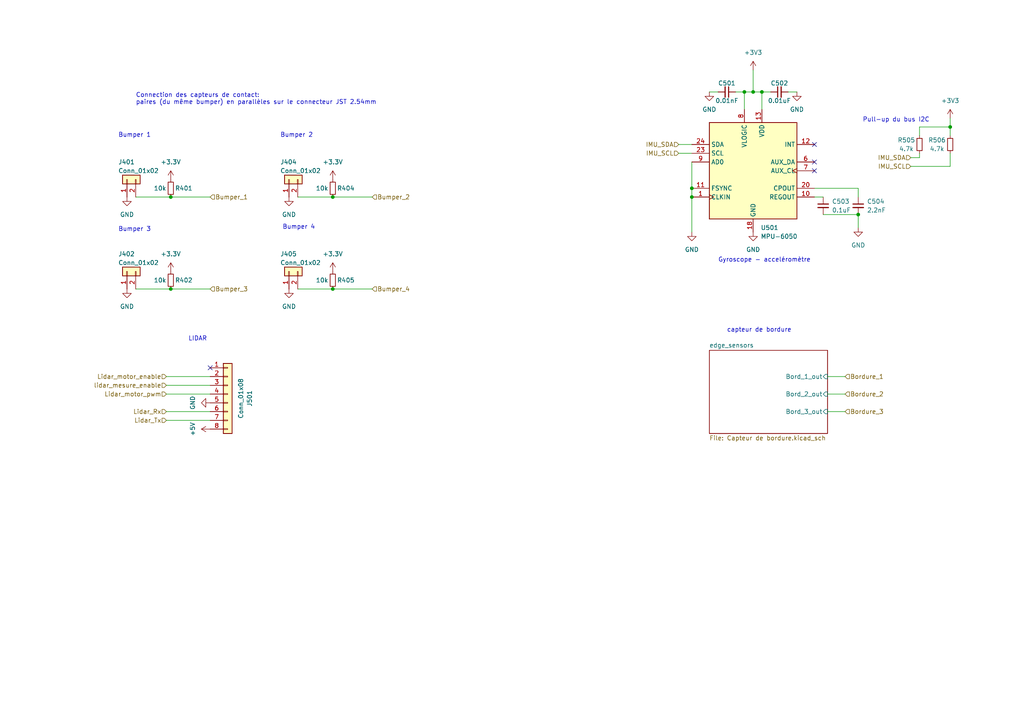
<source format=kicad_sch>
(kicad_sch (version 20230121) (generator eeschema)

  (uuid 298efcd9-dbca-46cd-b1bd-28a5bbe49d4f)

  (paper "A4")

  (lib_symbols
    (symbol "Connector_Generic:Conn_01x02" (pin_names (offset 1.016) hide) (in_bom yes) (on_board yes)
      (property "Reference" "J" (at 0 2.54 0)
        (effects (font (size 1.27 1.27)))
      )
      (property "Value" "Conn_01x02" (at 0 -5.08 0)
        (effects (font (size 1.27 1.27)))
      )
      (property "Footprint" "" (at 0 0 0)
        (effects (font (size 1.27 1.27)) hide)
      )
      (property "Datasheet" "~" (at 0 0 0)
        (effects (font (size 1.27 1.27)) hide)
      )
      (property "ki_keywords" "connector" (at 0 0 0)
        (effects (font (size 1.27 1.27)) hide)
      )
      (property "ki_description" "Generic connector, single row, 01x02, script generated (kicad-library-utils/schlib/autogen/connector/)" (at 0 0 0)
        (effects (font (size 1.27 1.27)) hide)
      )
      (property "ki_fp_filters" "Connector*:*_1x??_*" (at 0 0 0)
        (effects (font (size 1.27 1.27)) hide)
      )
      (symbol "Conn_01x02_1_1"
        (rectangle (start -1.27 -2.413) (end 0 -2.667)
          (stroke (width 0.1524) (type default))
          (fill (type none))
        )
        (rectangle (start -1.27 0.127) (end 0 -0.127)
          (stroke (width 0.1524) (type default))
          (fill (type none))
        )
        (rectangle (start -1.27 1.27) (end 1.27 -3.81)
          (stroke (width 0.254) (type default))
          (fill (type background))
        )
        (pin passive line (at -5.08 0 0) (length 3.81)
          (name "Pin_1" (effects (font (size 1.27 1.27))))
          (number "1" (effects (font (size 1.27 1.27))))
        )
        (pin passive line (at -5.08 -2.54 0) (length 3.81)
          (name "Pin_2" (effects (font (size 1.27 1.27))))
          (number "2" (effects (font (size 1.27 1.27))))
        )
      )
    )
    (symbol "Connector_Generic:Conn_01x08" (pin_names (offset 1.016) hide) (in_bom yes) (on_board yes)
      (property "Reference" "J" (at 0 10.16 0)
        (effects (font (size 1.27 1.27)))
      )
      (property "Value" "Conn_01x08" (at 0 -12.7 0)
        (effects (font (size 1.27 1.27)))
      )
      (property "Footprint" "" (at 0 0 0)
        (effects (font (size 1.27 1.27)) hide)
      )
      (property "Datasheet" "~" (at 0 0 0)
        (effects (font (size 1.27 1.27)) hide)
      )
      (property "ki_keywords" "connector" (at 0 0 0)
        (effects (font (size 1.27 1.27)) hide)
      )
      (property "ki_description" "Generic connector, single row, 01x08, script generated (kicad-library-utils/schlib/autogen/connector/)" (at 0 0 0)
        (effects (font (size 1.27 1.27)) hide)
      )
      (property "ki_fp_filters" "Connector*:*_1x??_*" (at 0 0 0)
        (effects (font (size 1.27 1.27)) hide)
      )
      (symbol "Conn_01x08_1_1"
        (rectangle (start -1.27 -10.033) (end 0 -10.287)
          (stroke (width 0.1524) (type default))
          (fill (type none))
        )
        (rectangle (start -1.27 -7.493) (end 0 -7.747)
          (stroke (width 0.1524) (type default))
          (fill (type none))
        )
        (rectangle (start -1.27 -4.953) (end 0 -5.207)
          (stroke (width 0.1524) (type default))
          (fill (type none))
        )
        (rectangle (start -1.27 -2.413) (end 0 -2.667)
          (stroke (width 0.1524) (type default))
          (fill (type none))
        )
        (rectangle (start -1.27 0.127) (end 0 -0.127)
          (stroke (width 0.1524) (type default))
          (fill (type none))
        )
        (rectangle (start -1.27 2.667) (end 0 2.413)
          (stroke (width 0.1524) (type default))
          (fill (type none))
        )
        (rectangle (start -1.27 5.207) (end 0 4.953)
          (stroke (width 0.1524) (type default))
          (fill (type none))
        )
        (rectangle (start -1.27 7.747) (end 0 7.493)
          (stroke (width 0.1524) (type default))
          (fill (type none))
        )
        (rectangle (start -1.27 8.89) (end 1.27 -11.43)
          (stroke (width 0.254) (type default))
          (fill (type background))
        )
        (pin passive line (at -5.08 7.62 0) (length 3.81)
          (name "Pin_1" (effects (font (size 1.27 1.27))))
          (number "1" (effects (font (size 1.27 1.27))))
        )
        (pin passive line (at -5.08 5.08 0) (length 3.81)
          (name "Pin_2" (effects (font (size 1.27 1.27))))
          (number "2" (effects (font (size 1.27 1.27))))
        )
        (pin passive line (at -5.08 2.54 0) (length 3.81)
          (name "Pin_3" (effects (font (size 1.27 1.27))))
          (number "3" (effects (font (size 1.27 1.27))))
        )
        (pin passive line (at -5.08 0 0) (length 3.81)
          (name "Pin_4" (effects (font (size 1.27 1.27))))
          (number "4" (effects (font (size 1.27 1.27))))
        )
        (pin passive line (at -5.08 -2.54 0) (length 3.81)
          (name "Pin_5" (effects (font (size 1.27 1.27))))
          (number "5" (effects (font (size 1.27 1.27))))
        )
        (pin passive line (at -5.08 -5.08 0) (length 3.81)
          (name "Pin_6" (effects (font (size 1.27 1.27))))
          (number "6" (effects (font (size 1.27 1.27))))
        )
        (pin passive line (at -5.08 -7.62 0) (length 3.81)
          (name "Pin_7" (effects (font (size 1.27 1.27))))
          (number "7" (effects (font (size 1.27 1.27))))
        )
        (pin passive line (at -5.08 -10.16 0) (length 3.81)
          (name "Pin_8" (effects (font (size 1.27 1.27))))
          (number "8" (effects (font (size 1.27 1.27))))
        )
      )
    )
    (symbol "Device:C_Small" (pin_numbers hide) (pin_names (offset 0.254) hide) (in_bom yes) (on_board yes)
      (property "Reference" "C" (at 0.254 1.778 0)
        (effects (font (size 1.27 1.27)) (justify left))
      )
      (property "Value" "C_Small" (at 0.254 -2.032 0)
        (effects (font (size 1.27 1.27)) (justify left))
      )
      (property "Footprint" "" (at 0 0 0)
        (effects (font (size 1.27 1.27)) hide)
      )
      (property "Datasheet" "~" (at 0 0 0)
        (effects (font (size 1.27 1.27)) hide)
      )
      (property "ki_keywords" "capacitor cap" (at 0 0 0)
        (effects (font (size 1.27 1.27)) hide)
      )
      (property "ki_description" "Unpolarized capacitor, small symbol" (at 0 0 0)
        (effects (font (size 1.27 1.27)) hide)
      )
      (property "ki_fp_filters" "C_*" (at 0 0 0)
        (effects (font (size 1.27 1.27)) hide)
      )
      (symbol "C_Small_0_1"
        (polyline
          (pts
            (xy -1.524 -0.508)
            (xy 1.524 -0.508)
          )
          (stroke (width 0.3302) (type default))
          (fill (type none))
        )
        (polyline
          (pts
            (xy -1.524 0.508)
            (xy 1.524 0.508)
          )
          (stroke (width 0.3048) (type default))
          (fill (type none))
        )
      )
      (symbol "C_Small_1_1"
        (pin passive line (at 0 2.54 270) (length 2.032)
          (name "~" (effects (font (size 1.27 1.27))))
          (number "1" (effects (font (size 1.27 1.27))))
        )
        (pin passive line (at 0 -2.54 90) (length 2.032)
          (name "~" (effects (font (size 1.27 1.27))))
          (number "2" (effects (font (size 1.27 1.27))))
        )
      )
    )
    (symbol "Device:R_Small" (pin_numbers hide) (pin_names (offset 0.254) hide) (in_bom yes) (on_board yes)
      (property "Reference" "R" (at 0.762 0.508 0)
        (effects (font (size 1.27 1.27)) (justify left))
      )
      (property "Value" "R_Small" (at 0.762 -1.016 0)
        (effects (font (size 1.27 1.27)) (justify left))
      )
      (property "Footprint" "" (at 0 0 0)
        (effects (font (size 1.27 1.27)) hide)
      )
      (property "Datasheet" "~" (at 0 0 0)
        (effects (font (size 1.27 1.27)) hide)
      )
      (property "ki_keywords" "R resistor" (at 0 0 0)
        (effects (font (size 1.27 1.27)) hide)
      )
      (property "ki_description" "Resistor, small symbol" (at 0 0 0)
        (effects (font (size 1.27 1.27)) hide)
      )
      (property "ki_fp_filters" "R_*" (at 0 0 0)
        (effects (font (size 1.27 1.27)) hide)
      )
      (symbol "R_Small_0_1"
        (rectangle (start -0.762 1.778) (end 0.762 -1.778)
          (stroke (width 0.2032) (type default))
          (fill (type none))
        )
      )
      (symbol "R_Small_1_1"
        (pin passive line (at 0 2.54 270) (length 0.762)
          (name "~" (effects (font (size 1.27 1.27))))
          (number "1" (effects (font (size 1.27 1.27))))
        )
        (pin passive line (at 0 -2.54 90) (length 0.762)
          (name "~" (effects (font (size 1.27 1.27))))
          (number "2" (effects (font (size 1.27 1.27))))
        )
      )
    )
    (symbol "Sensor_Motion:MPU-6050" (in_bom yes) (on_board yes)
      (property "Reference" "U" (at -11.43 13.97 0)
        (effects (font (size 1.27 1.27)))
      )
      (property "Value" "MPU-6050" (at 7.62 -15.24 0)
        (effects (font (size 1.27 1.27)))
      )
      (property "Footprint" "Sensor_Motion:InvenSense_QFN-24_4x4mm_P0.5mm" (at 0 -20.32 0)
        (effects (font (size 1.27 1.27)) hide)
      )
      (property "Datasheet" "https://invensense.tdk.com/wp-content/uploads/2015/02/MPU-6000-Datasheet1.pdf" (at 0 -3.81 0)
        (effects (font (size 1.27 1.27)) hide)
      )
      (property "ki_keywords" "mems" (at 0 0 0)
        (effects (font (size 1.27 1.27)) hide)
      )
      (property "ki_description" "InvenSense 6-Axis Motion Sensor, Gyroscope, Accelerometer, I2C" (at 0 0 0)
        (effects (font (size 1.27 1.27)) hide)
      )
      (property "ki_fp_filters" "*QFN*4x4mm*P0.5mm*" (at 0 0 0)
        (effects (font (size 1.27 1.27)) hide)
      )
      (symbol "MPU-6050_0_0"
        (text "" (at 12.7 -2.54 0)
          (effects (font (size 1.27 1.27)))
        )
      )
      (symbol "MPU-6050_0_1"
        (rectangle (start -12.7 13.97) (end 12.7 -13.97)
          (stroke (width 0.254) (type default))
          (fill (type background))
        )
      )
      (symbol "MPU-6050_1_1"
        (pin input clock (at -17.78 -7.62 0) (length 5.08)
          (name "CLKIN" (effects (font (size 1.27 1.27))))
          (number "1" (effects (font (size 1.27 1.27))))
        )
        (pin passive line (at 17.78 -7.62 180) (length 5.08)
          (name "REGOUT" (effects (font (size 1.27 1.27))))
          (number "10" (effects (font (size 1.27 1.27))))
        )
        (pin input line (at -17.78 -5.08 0) (length 5.08)
          (name "FSYNC" (effects (font (size 1.27 1.27))))
          (number "11" (effects (font (size 1.27 1.27))))
        )
        (pin output line (at 17.78 7.62 180) (length 5.08)
          (name "INT" (effects (font (size 1.27 1.27))))
          (number "12" (effects (font (size 1.27 1.27))))
        )
        (pin power_in line (at 2.54 17.78 270) (length 3.81)
          (name "VDD" (effects (font (size 1.27 1.27))))
          (number "13" (effects (font (size 1.27 1.27))))
        )
        (pin no_connect line (at -12.7 -10.16 0) (length 2.54) hide
          (name "NC" (effects (font (size 1.27 1.27))))
          (number "14" (effects (font (size 1.27 1.27))))
        )
        (pin no_connect line (at 12.7 12.7 180) (length 2.54) hide
          (name "NC" (effects (font (size 1.27 1.27))))
          (number "15" (effects (font (size 1.27 1.27))))
        )
        (pin no_connect line (at 12.7 10.16 180) (length 2.54) hide
          (name "NC" (effects (font (size 1.27 1.27))))
          (number "16" (effects (font (size 1.27 1.27))))
        )
        (pin no_connect line (at 12.7 5.08 180) (length 2.54) hide
          (name "NC" (effects (font (size 1.27 1.27))))
          (number "17" (effects (font (size 1.27 1.27))))
        )
        (pin power_in line (at 0 -17.78 90) (length 3.81)
          (name "GND" (effects (font (size 1.27 1.27))))
          (number "18" (effects (font (size 1.27 1.27))))
        )
        (pin no_connect line (at 12.7 -10.16 180) (length 2.54) hide
          (name "RESV" (effects (font (size 1.27 1.27))))
          (number "19" (effects (font (size 1.27 1.27))))
        )
        (pin no_connect line (at -12.7 12.7 0) (length 2.54) hide
          (name "NC" (effects (font (size 1.27 1.27))))
          (number "2" (effects (font (size 1.27 1.27))))
        )
        (pin passive line (at 17.78 -5.08 180) (length 5.08)
          (name "CPOUT" (effects (font (size 1.27 1.27))))
          (number "20" (effects (font (size 1.27 1.27))))
        )
        (pin no_connect line (at 12.7 -2.54 180) (length 2.54) hide
          (name "RESV" (effects (font (size 1.27 1.27))))
          (number "21" (effects (font (size 1.27 1.27))))
        )
        (pin no_connect line (at 12.7 -12.7 180) (length 2.54) hide
          (name "RESV" (effects (font (size 1.27 1.27))))
          (number "22" (effects (font (size 1.27 1.27))))
        )
        (pin input line (at -17.78 5.08 0) (length 5.08)
          (name "SCL" (effects (font (size 1.27 1.27))))
          (number "23" (effects (font (size 1.27 1.27))))
        )
        (pin bidirectional line (at -17.78 7.62 0) (length 5.08)
          (name "SDA" (effects (font (size 1.27 1.27))))
          (number "24" (effects (font (size 1.27 1.27))))
        )
        (pin no_connect line (at -12.7 10.16 0) (length 2.54) hide
          (name "NC" (effects (font (size 1.27 1.27))))
          (number "3" (effects (font (size 1.27 1.27))))
        )
        (pin no_connect line (at -12.7 0 0) (length 2.54) hide
          (name "NC" (effects (font (size 1.27 1.27))))
          (number "4" (effects (font (size 1.27 1.27))))
        )
        (pin no_connect line (at -12.7 -2.54 0) (length 2.54) hide
          (name "NC" (effects (font (size 1.27 1.27))))
          (number "5" (effects (font (size 1.27 1.27))))
        )
        (pin bidirectional line (at 17.78 2.54 180) (length 5.08)
          (name "AUX_DA" (effects (font (size 1.27 1.27))))
          (number "6" (effects (font (size 1.27 1.27))))
        )
        (pin output clock (at 17.78 0 180) (length 5.08)
          (name "AUX_CL" (effects (font (size 1.27 1.27))))
          (number "7" (effects (font (size 1.27 1.27))))
        )
        (pin power_in line (at -2.54 17.78 270) (length 3.81)
          (name "VLOGIC" (effects (font (size 1.27 1.27))))
          (number "8" (effects (font (size 1.27 1.27))))
        )
        (pin input line (at -17.78 2.54 0) (length 5.08)
          (name "AD0" (effects (font (size 1.27 1.27))))
          (number "9" (effects (font (size 1.27 1.27))))
        )
      )
    )
    (symbol "power:+3.3V" (power) (pin_names (offset 0)) (in_bom yes) (on_board yes)
      (property "Reference" "#PWR" (at 0 -3.81 0)
        (effects (font (size 1.27 1.27)) hide)
      )
      (property "Value" "+3.3V" (at 0 3.556 0)
        (effects (font (size 1.27 1.27)))
      )
      (property "Footprint" "" (at 0 0 0)
        (effects (font (size 1.27 1.27)) hide)
      )
      (property "Datasheet" "" (at 0 0 0)
        (effects (font (size 1.27 1.27)) hide)
      )
      (property "ki_keywords" "global power" (at 0 0 0)
        (effects (font (size 1.27 1.27)) hide)
      )
      (property "ki_description" "Power symbol creates a global label with name \"+3.3V\"" (at 0 0 0)
        (effects (font (size 1.27 1.27)) hide)
      )
      (symbol "+3.3V_0_1"
        (polyline
          (pts
            (xy -0.762 1.27)
            (xy 0 2.54)
          )
          (stroke (width 0) (type default))
          (fill (type none))
        )
        (polyline
          (pts
            (xy 0 0)
            (xy 0 2.54)
          )
          (stroke (width 0) (type default))
          (fill (type none))
        )
        (polyline
          (pts
            (xy 0 2.54)
            (xy 0.762 1.27)
          )
          (stroke (width 0) (type default))
          (fill (type none))
        )
      )
      (symbol "+3.3V_1_1"
        (pin power_in line (at 0 0 90) (length 0) hide
          (name "+3.3V" (effects (font (size 1.27 1.27))))
          (number "1" (effects (font (size 1.27 1.27))))
        )
      )
    )
    (symbol "power:+3V3" (power) (pin_names (offset 0)) (in_bom yes) (on_board yes)
      (property "Reference" "#PWR" (at 0 -3.81 0)
        (effects (font (size 1.27 1.27)) hide)
      )
      (property "Value" "+3V3" (at 0 3.556 0)
        (effects (font (size 1.27 1.27)))
      )
      (property "Footprint" "" (at 0 0 0)
        (effects (font (size 1.27 1.27)) hide)
      )
      (property "Datasheet" "" (at 0 0 0)
        (effects (font (size 1.27 1.27)) hide)
      )
      (property "ki_keywords" "global power" (at 0 0 0)
        (effects (font (size 1.27 1.27)) hide)
      )
      (property "ki_description" "Power symbol creates a global label with name \"+3V3\"" (at 0 0 0)
        (effects (font (size 1.27 1.27)) hide)
      )
      (symbol "+3V3_0_1"
        (polyline
          (pts
            (xy -0.762 1.27)
            (xy 0 2.54)
          )
          (stroke (width 0) (type default))
          (fill (type none))
        )
        (polyline
          (pts
            (xy 0 0)
            (xy 0 2.54)
          )
          (stroke (width 0) (type default))
          (fill (type none))
        )
        (polyline
          (pts
            (xy 0 2.54)
            (xy 0.762 1.27)
          )
          (stroke (width 0) (type default))
          (fill (type none))
        )
      )
      (symbol "+3V3_1_1"
        (pin power_in line (at 0 0 90) (length 0) hide
          (name "+3V3" (effects (font (size 1.27 1.27))))
          (number "1" (effects (font (size 1.27 1.27))))
        )
      )
    )
    (symbol "power:+5V" (power) (pin_names (offset 0)) (in_bom yes) (on_board yes)
      (property "Reference" "#PWR" (at 0 -3.81 0)
        (effects (font (size 1.27 1.27)) hide)
      )
      (property "Value" "+5V" (at 0 3.556 0)
        (effects (font (size 1.27 1.27)))
      )
      (property "Footprint" "" (at 0 0 0)
        (effects (font (size 1.27 1.27)) hide)
      )
      (property "Datasheet" "" (at 0 0 0)
        (effects (font (size 1.27 1.27)) hide)
      )
      (property "ki_keywords" "global power" (at 0 0 0)
        (effects (font (size 1.27 1.27)) hide)
      )
      (property "ki_description" "Power symbol creates a global label with name \"+5V\"" (at 0 0 0)
        (effects (font (size 1.27 1.27)) hide)
      )
      (symbol "+5V_0_1"
        (polyline
          (pts
            (xy -0.762 1.27)
            (xy 0 2.54)
          )
          (stroke (width 0) (type default))
          (fill (type none))
        )
        (polyline
          (pts
            (xy 0 0)
            (xy 0 2.54)
          )
          (stroke (width 0) (type default))
          (fill (type none))
        )
        (polyline
          (pts
            (xy 0 2.54)
            (xy 0.762 1.27)
          )
          (stroke (width 0) (type default))
          (fill (type none))
        )
      )
      (symbol "+5V_1_1"
        (pin power_in line (at 0 0 90) (length 0) hide
          (name "+5V" (effects (font (size 1.27 1.27))))
          (number "1" (effects (font (size 1.27 1.27))))
        )
      )
    )
    (symbol "power:GND" (power) (pin_names (offset 0)) (in_bom yes) (on_board yes)
      (property "Reference" "#PWR" (at 0 -6.35 0)
        (effects (font (size 1.27 1.27)) hide)
      )
      (property "Value" "GND" (at 0 -3.81 0)
        (effects (font (size 1.27 1.27)))
      )
      (property "Footprint" "" (at 0 0 0)
        (effects (font (size 1.27 1.27)) hide)
      )
      (property "Datasheet" "" (at 0 0 0)
        (effects (font (size 1.27 1.27)) hide)
      )
      (property "ki_keywords" "global power" (at 0 0 0)
        (effects (font (size 1.27 1.27)) hide)
      )
      (property "ki_description" "Power symbol creates a global label with name \"GND\" , ground" (at 0 0 0)
        (effects (font (size 1.27 1.27)) hide)
      )
      (symbol "GND_0_1"
        (polyline
          (pts
            (xy 0 0)
            (xy 0 -1.27)
            (xy 1.27 -1.27)
            (xy 0 -2.54)
            (xy -1.27 -1.27)
            (xy 0 -1.27)
          )
          (stroke (width 0) (type default))
          (fill (type none))
        )
      )
      (symbol "GND_1_1"
        (pin power_in line (at 0 0 270) (length 0) hide
          (name "GND" (effects (font (size 1.27 1.27))))
          (number "1" (effects (font (size 1.27 1.27))))
        )
      )
    )
  )

  (junction (at 218.44 26.67) (diameter 0) (color 0 0 0 0)
    (uuid 0fd6b5cd-cc2b-47d3-b0ec-3d86ab821557)
  )
  (junction (at 248.92 62.23) (diameter 0) (color 0 0 0 0)
    (uuid 1820ddd9-d2d0-4d2f-9eea-9233e8324c72)
  )
  (junction (at 220.98 26.67) (diameter 0) (color 0 0 0 0)
    (uuid 27bf553d-5cd6-4995-858c-30a43580125f)
  )
  (junction (at 96.52 57.15) (diameter 0) (color 0 0 0 0)
    (uuid 4e354a1e-edda-41ad-8ac5-7a03b824f0e1)
  )
  (junction (at 96.52 83.82) (diameter 0) (color 0 0 0 0)
    (uuid 53e1aad2-0298-492b-9648-4bf99adb37c3)
  )
  (junction (at 49.53 83.82) (diameter 0) (color 0 0 0 0)
    (uuid 69476580-f90a-4060-ac61-5afef49ce1b9)
  )
  (junction (at 200.66 57.15) (diameter 0) (color 0 0 0 0)
    (uuid 766b2d8c-b0cb-499b-94da-601d5b0eb436)
  )
  (junction (at 200.66 54.61) (diameter 0) (color 0 0 0 0)
    (uuid 9a4db20f-a0aa-4aaa-84d2-74f483f33f4a)
  )
  (junction (at 49.53 57.15) (diameter 0) (color 0 0 0 0)
    (uuid d6ef8cf2-42d0-4ea9-896d-63c730dcda19)
  )
  (junction (at 275.59 36.83) (diameter 0) (color 0 0 0 0)
    (uuid eb0fca41-7e2f-4d2f-aea7-72a92d3a5a68)
  )
  (junction (at 215.9 26.67) (diameter 0) (color 0 0 0 0)
    (uuid f7e0f721-d9ab-4259-a7ee-931137df4667)
  )

  (no_connect (at 236.22 46.99) (uuid 10635565-54d6-4ac4-9bf9-3f3bc2de9904))
  (no_connect (at 236.22 41.91) (uuid 20a31b95-89e7-4c75-8096-ac29d2f6c8f5))
  (no_connect (at 236.22 49.53) (uuid 915d2712-af4f-404c-874f-d81cdd5fc7e8))
  (no_connect (at 60.96 106.68) (uuid feb43dd4-b384-45c7-b86c-cd2fc306e2c4))

  (wire (pts (xy 86.36 57.15) (xy 96.52 57.15))
    (stroke (width 0) (type default))
    (uuid 0206feac-0aca-41c2-81c7-5ec8b5ae94ac)
  )
  (wire (pts (xy 48.26 119.38) (xy 60.96 119.38))
    (stroke (width 0) (type default))
    (uuid 0b9248b9-50bb-4fdf-9f5a-44de5da37a7f)
  )
  (wire (pts (xy 248.92 66.04) (xy 248.92 62.23))
    (stroke (width 0) (type default))
    (uuid 12b72e8b-1bf8-4c1f-b2f1-16d926fdbd59)
  )
  (wire (pts (xy 236.22 57.15) (xy 238.76 57.15))
    (stroke (width 0) (type default))
    (uuid 1a19eff5-336c-459c-9745-e15936947bf3)
  )
  (wire (pts (xy 264.16 48.26) (xy 275.59 48.26))
    (stroke (width 0) (type default))
    (uuid 1a81bcb5-2991-4c40-ab15-56c7b74caee4)
  )
  (wire (pts (xy 215.9 26.67) (xy 218.44 26.67))
    (stroke (width 0) (type default))
    (uuid 206fb70d-8b3f-4048-8070-08b7586feaed)
  )
  (wire (pts (xy 49.53 57.15) (xy 60.96 57.15))
    (stroke (width 0) (type default))
    (uuid 28866cf0-bead-47b6-96aa-fd348eaef4be)
  )
  (wire (pts (xy 86.36 83.82) (xy 96.52 83.82))
    (stroke (width 0) (type default))
    (uuid 32f26749-f7b2-4617-b212-8f19629cd83f)
  )
  (wire (pts (xy 196.85 41.91) (xy 200.66 41.91))
    (stroke (width 0) (type default))
    (uuid 355e5a7a-daba-4ed6-bd49-c22efb95a16b)
  )
  (wire (pts (xy 275.59 34.29) (xy 275.59 36.83))
    (stroke (width 0) (type default))
    (uuid 3e32cf31-6d35-4ef9-a10b-cc2f085b812a)
  )
  (wire (pts (xy 231.14 26.67) (xy 228.6 26.67))
    (stroke (width 0) (type default))
    (uuid 4108f82c-0242-4435-9883-6d9223a4d482)
  )
  (wire (pts (xy 48.26 114.3) (xy 60.96 114.3))
    (stroke (width 0) (type default))
    (uuid 43b83dbd-3e25-4da4-b650-e2c9d4accfa4)
  )
  (wire (pts (xy 240.03 114.3) (xy 245.11 114.3))
    (stroke (width 0) (type default))
    (uuid 4ab662cc-dc3a-4204-96fb-da547e6373ca)
  )
  (wire (pts (xy 218.44 20.32) (xy 218.44 26.67))
    (stroke (width 0) (type default))
    (uuid 54af9819-b441-4cce-9fc2-fdff7b471477)
  )
  (wire (pts (xy 240.03 109.22) (xy 245.11 109.22))
    (stroke (width 0) (type default))
    (uuid 54db15bb-09df-465e-bacd-655abfb0f890)
  )
  (wire (pts (xy 240.03 119.38) (xy 245.11 119.38))
    (stroke (width 0) (type default))
    (uuid 57598ae7-5979-4455-ab80-1ca14d64e2bc)
  )
  (wire (pts (xy 49.53 83.82) (xy 60.96 83.82))
    (stroke (width 0) (type default))
    (uuid 5a1ef4c9-dee6-425c-b576-f0a65ebc34ea)
  )
  (wire (pts (xy 238.76 62.23) (xy 248.92 62.23))
    (stroke (width 0) (type default))
    (uuid 5b085a6b-a1ff-4090-9b4a-65e5e530c194)
  )
  (wire (pts (xy 196.85 44.45) (xy 200.66 44.45))
    (stroke (width 0) (type default))
    (uuid 611466a4-db1c-4ce7-aafc-cd24f893e1d8)
  )
  (wire (pts (xy 200.66 67.31) (xy 200.66 57.15))
    (stroke (width 0) (type default))
    (uuid 6340bf67-d6dc-4f06-b661-c01e2f5836ee)
  )
  (wire (pts (xy 266.7 39.37) (xy 266.7 36.83))
    (stroke (width 0) (type default))
    (uuid 69c3c152-deee-4578-86a0-246079996a5f)
  )
  (wire (pts (xy 248.92 54.61) (xy 248.92 57.15))
    (stroke (width 0) (type default))
    (uuid 6a8efbd6-7d0c-4d3f-b1f9-19db88f8a64b)
  )
  (wire (pts (xy 200.66 54.61) (xy 200.66 57.15))
    (stroke (width 0) (type default))
    (uuid 6d12426a-0e7c-4c79-ab6a-79f7a511f71f)
  )
  (wire (pts (xy 96.52 83.82) (xy 107.95 83.82))
    (stroke (width 0) (type default))
    (uuid 6e6c589e-b967-487e-a839-bafb993b20f4)
  )
  (wire (pts (xy 48.26 111.76) (xy 60.96 111.76))
    (stroke (width 0) (type default))
    (uuid 6ebf0521-0618-4e66-85c6-2a12efc7f442)
  )
  (wire (pts (xy 248.92 54.61) (xy 236.22 54.61))
    (stroke (width 0) (type default))
    (uuid 72afb456-da7b-4e04-9095-c4918e38934b)
  )
  (wire (pts (xy 266.7 36.83) (xy 275.59 36.83))
    (stroke (width 0) (type default))
    (uuid 8fd74dfe-37af-4ceb-9da8-c29d95f5be95)
  )
  (wire (pts (xy 200.66 46.99) (xy 200.66 54.61))
    (stroke (width 0) (type default))
    (uuid 93bd6529-0e5d-425f-b730-f27d12016135)
  )
  (wire (pts (xy 275.59 36.83) (xy 275.59 39.37))
    (stroke (width 0) (type default))
    (uuid a7cb73e0-a018-42d7-bdda-df13a145a666)
  )
  (wire (pts (xy 205.74 26.67) (xy 208.28 26.67))
    (stroke (width 0) (type default))
    (uuid b1e809ab-7815-48e1-945d-61f7d0249f52)
  )
  (wire (pts (xy 218.44 26.67) (xy 220.98 26.67))
    (stroke (width 0) (type default))
    (uuid bba4dd47-f6f6-4a0a-a875-648c70345338)
  )
  (wire (pts (xy 223.52 26.67) (xy 220.98 26.67))
    (stroke (width 0) (type default))
    (uuid bbf473b0-deb1-4335-8599-f6a19c5f54be)
  )
  (wire (pts (xy 96.52 57.15) (xy 107.95 57.15))
    (stroke (width 0) (type default))
    (uuid c8474fdc-9f3b-495c-8671-33912ad3aece)
  )
  (wire (pts (xy 220.98 31.75) (xy 220.98 26.67))
    (stroke (width 0) (type default))
    (uuid cad69d50-102b-4e5f-942e-7dfc2a37a32c)
  )
  (wire (pts (xy 39.37 83.82) (xy 49.53 83.82))
    (stroke (width 0) (type default))
    (uuid d108b8b2-bd0a-49ce-8888-2657877f9653)
  )
  (wire (pts (xy 39.37 57.15) (xy 49.53 57.15))
    (stroke (width 0) (type default))
    (uuid db1141af-8f6c-4772-982c-f5d6a88bcddd)
  )
  (wire (pts (xy 266.7 45.72) (xy 266.7 44.45))
    (stroke (width 0) (type default))
    (uuid dd24b3df-5947-4762-88f8-e2f0f7e1cf0a)
  )
  (wire (pts (xy 215.9 26.67) (xy 215.9 31.75))
    (stroke (width 0) (type default))
    (uuid e90d58ed-7459-4908-9938-c30d3404e97b)
  )
  (wire (pts (xy 48.26 109.22) (xy 60.96 109.22))
    (stroke (width 0) (type default))
    (uuid ea1f7e14-2bae-4d4b-93c8-85f036e9b440)
  )
  (wire (pts (xy 275.59 48.26) (xy 275.59 44.45))
    (stroke (width 0) (type default))
    (uuid ef0a9cd3-4fc6-468f-9db0-1b84f78bbb6e)
  )
  (wire (pts (xy 48.26 121.92) (xy 60.96 121.92))
    (stroke (width 0) (type default))
    (uuid f0627253-863e-4ca9-893f-c84fd4281604)
  )
  (wire (pts (xy 213.36 26.67) (xy 215.9 26.67))
    (stroke (width 0) (type default))
    (uuid f85d5f83-b3cd-488a-9795-2a54e0a9ed02)
  )
  (wire (pts (xy 264.16 45.72) (xy 266.7 45.72))
    (stroke (width 0) (type default))
    (uuid f9421dba-3bd4-4f05-99c2-c2744bae3c90)
  )

  (text "LIDAR\n" (at 54.61 99.06 0)
    (effects (font (size 1.27 1.27)) (justify left bottom))
    (uuid 04675180-2cd4-4d35-94e2-5e16c8c2f541)
  )
  (text "Bumper 4" (at 91.44 66.675 0)
    (effects (font (size 1.27 1.27)) (justify right bottom))
    (uuid 38346fa6-c535-445f-8c63-1899de97ad4c)
  )
  (text "Connection des capteurs de contact:\npaires (du même bumper) en parallèles sur le connecteur JST 2.54mm"
    (at 39.37 30.48 0)
    (effects (font (size 1.27 1.27)) (justify left bottom))
    (uuid 591eb5d3-1fe3-4434-9a60-ddfaa40375ee)
  )
  (text "Bumper 2" (at 90.805 40.005 0)
    (effects (font (size 1.27 1.27)) (justify right bottom))
    (uuid 83e2e6af-84d4-4c58-bed8-85d2411956a6)
  )
  (text "capteur de bordure\n" (at 210.82 96.52 0)
    (effects (font (size 1.27 1.27)) (justify left bottom))
    (uuid 9eb77cff-1b31-45d1-875f-e8fb78243332)
  )
  (text "Gyroscope - acceléromètre" (at 208.28 76.2 0)
    (effects (font (size 1.27 1.27)) (justify left bottom))
    (uuid a0c3a43d-c9b2-4e21-bff5-1b26a564fe1f)
  )
  (text "Bumper 1" (at 43.815 40.005 0)
    (effects (font (size 1.27 1.27)) (justify right bottom))
    (uuid d5827c2e-0846-4288-8ad1-e5c25283aba4)
  )
  (text "Bumper 3" (at 43.815 67.31 0)
    (effects (font (size 1.27 1.27)) (justify right bottom))
    (uuid d6195e9f-d2d6-4c56-b350-0a5ec3f5637c)
  )
  (text "Pull-up du bus I2C" (at 250.19 35.56 0)
    (effects (font (size 1.27 1.27)) (justify left bottom))
    (uuid d7c58069-d3ac-43ac-a794-251c418cdb00)
  )

  (hierarchical_label "Lidar_motor_enable" (shape input) (at 48.26 109.22 180) (fields_autoplaced)
    (effects (font (size 1.27 1.27)) (justify right))
    (uuid 0a82fb87-9128-4601-9338-9dfb0a7b6063)
  )
  (hierarchical_label "Lidar_motor_pwm" (shape input) (at 48.26 114.3 180) (fields_autoplaced)
    (effects (font (size 1.27 1.27)) (justify right))
    (uuid 0e8abc23-6160-4b23-9da8-008effb99b60)
  )
  (hierarchical_label "Lidar_Tx" (shape input) (at 48.26 121.92 180) (fields_autoplaced)
    (effects (font (size 1.27 1.27)) (justify right))
    (uuid 0fda0a95-0087-4338-b7f6-29c6d599c308)
  )
  (hierarchical_label "Bumper_2" (shape input) (at 107.95 57.15 0) (fields_autoplaced)
    (effects (font (size 1.27 1.27)) (justify left))
    (uuid 12a40800-ca7e-4eb1-b5e9-796d355672fc)
  )
  (hierarchical_label "Lidar_Rx" (shape input) (at 48.26 119.38 180) (fields_autoplaced)
    (effects (font (size 1.27 1.27)) (justify right))
    (uuid 2065115b-27d8-407c-b6f2-756d0a81e7e5)
  )
  (hierarchical_label "Bordure_1" (shape input) (at 245.11 109.22 0) (fields_autoplaced)
    (effects (font (size 1.27 1.27)) (justify left))
    (uuid 517cfae6-bc40-4ebd-9d1f-0416ff6e9081)
  )
  (hierarchical_label "Bumper_3" (shape input) (at 60.96 83.82 0) (fields_autoplaced)
    (effects (font (size 1.27 1.27)) (justify left))
    (uuid 6c1b6d49-1bf6-4f9c-8486-b502e99b683e)
  )
  (hierarchical_label "Bordure_3" (shape input) (at 245.11 119.38 0) (fields_autoplaced)
    (effects (font (size 1.27 1.27)) (justify left))
    (uuid 72de8687-03f1-4498-b866-411b8ac19878)
  )
  (hierarchical_label "IMU_SDA" (shape input) (at 196.85 41.91 180) (fields_autoplaced)
    (effects (font (size 1.27 1.27)) (justify right))
    (uuid 797cebe8-0f99-4d4e-837a-1834ad44d967)
  )
  (hierarchical_label "IMU_SCL" (shape input) (at 264.16 48.26 180) (fields_autoplaced)
    (effects (font (size 1.27 1.27)) (justify right))
    (uuid 9bf8d904-bcc7-4682-94aa-032f4fd1a5c4)
  )
  (hierarchical_label "IMU_SCL" (shape input) (at 196.85 44.45 180) (fields_autoplaced)
    (effects (font (size 1.27 1.27)) (justify right))
    (uuid ac9ec9d1-5ae1-40e9-a5ec-d32ca2e7769e)
  )
  (hierarchical_label "Bordure_2" (shape input) (at 245.11 114.3 0) (fields_autoplaced)
    (effects (font (size 1.27 1.27)) (justify left))
    (uuid b38b85a5-0418-4629-810f-6b955b1d3b97)
  )
  (hierarchical_label "Bumper_4" (shape input) (at 107.95 83.82 0) (fields_autoplaced)
    (effects (font (size 1.27 1.27)) (justify left))
    (uuid b465d21c-feaa-493d-8ab4-4bab9532aa40)
  )
  (hierarchical_label "lidar_mesure_enable" (shape input) (at 48.26 111.76 180) (fields_autoplaced)
    (effects (font (size 1.27 1.27)) (justify right))
    (uuid b484698d-19e8-418a-b9c2-d17c63cf663b)
  )
  (hierarchical_label "IMU_SDA" (shape input) (at 264.16 45.72 180) (fields_autoplaced)
    (effects (font (size 1.27 1.27)) (justify right))
    (uuid e722b335-3cfd-424a-822f-938411a74512)
  )
  (hierarchical_label "Bumper_1" (shape input) (at 60.96 57.15 0) (fields_autoplaced)
    (effects (font (size 1.27 1.27)) (justify left))
    (uuid ff6caf7e-05ee-479f-abe2-d6ac34272fb2)
  )

  (symbol (lib_id "power:GND") (at 83.82 83.82 0) (unit 1)
    (in_bom yes) (on_board yes) (dnp no) (fields_autoplaced)
    (uuid 14c99333-633c-4743-82fd-e90732765754)
    (property "Reference" "#PWR0409" (at 83.82 90.17 0)
      (effects (font (size 1.27 1.27)) hide)
    )
    (property "Value" "GND" (at 83.82 88.9 0)
      (effects (font (size 1.27 1.27)))
    )
    (property "Footprint" "" (at 83.82 83.82 0)
      (effects (font (size 1.27 1.27)) hide)
    )
    (property "Datasheet" "" (at 83.82 83.82 0)
      (effects (font (size 1.27 1.27)) hide)
    )
    (pin "1" (uuid 084c4d41-6015-4106-a09a-435ec3b2f819))
    (instances
      (project "projet"
        (path "/72843e5b-039f-43c6-ac6b-21bc38672670/0c63e019-08e8-4abf-82ad-8b25334b9bc2/155cef87-f6c9-4c97-abda-f7d7afd14d8b"
          (reference "#PWR0409") (unit 1)
        )
      )
      (project "kicad_chat-souris"
        (path "/b1ddc66d-dbe7-4cff-b97f-1f0ce7ceeee4/1d2079b7-f9a0-4747-bb76-648b078e7186"
          (reference "#PWR0508") (unit 1)
        )
      )
    )
  )

  (symbol (lib_id "Connector_Generic:Conn_01x02") (at 36.83 78.74 90) (unit 1)
    (in_bom yes) (on_board yes) (dnp no)
    (uuid 2e97a837-acf7-44b5-aa9d-90fa8644f23c)
    (property "Reference" "J402" (at 34.29 73.66 90)
      (effects (font (size 1.27 1.27)) (justify right))
    )
    (property "Value" "Conn_01x02" (at 34.29 76.2 90)
      (effects (font (size 1.27 1.27)) (justify right))
    )
    (property "Footprint" "" (at 36.83 78.74 0)
      (effects (font (size 1.27 1.27)) hide)
    )
    (property "Datasheet" "~" (at 36.83 78.74 0)
      (effects (font (size 1.27 1.27)) hide)
    )
    (pin "1" (uuid fb56c9e9-8e14-400b-8ffa-39347a03fa1a))
    (pin "2" (uuid 9148bee5-11bc-4003-8ae7-a195d8919ce6))
    (instances
      (project "projet"
        (path "/72843e5b-039f-43c6-ac6b-21bc38672670/0c63e019-08e8-4abf-82ad-8b25334b9bc2/155cef87-f6c9-4c97-abda-f7d7afd14d8b"
          (reference "J402") (unit 1)
        )
      )
      (project "kicad_chat-souris"
        (path "/b1ddc66d-dbe7-4cff-b97f-1f0ce7ceeee4/1d2079b7-f9a0-4747-bb76-648b078e7186"
          (reference "J502") (unit 1)
        )
      )
    )
  )

  (symbol (lib_id "power:GND") (at 205.74 26.67 0) (unit 1)
    (in_bom yes) (on_board yes) (dnp no) (fields_autoplaced)
    (uuid 3b404046-a22a-4145-9ede-454228067f9f)
    (property "Reference" "#PWR0512" (at 205.74 33.02 0)
      (effects (font (size 1.27 1.27)) hide)
    )
    (property "Value" "GND" (at 205.74 31.75 0)
      (effects (font (size 1.27 1.27)))
    )
    (property "Footprint" "" (at 205.74 26.67 0)
      (effects (font (size 1.27 1.27)) hide)
    )
    (property "Datasheet" "" (at 205.74 26.67 0)
      (effects (font (size 1.27 1.27)) hide)
    )
    (pin "1" (uuid f55688ea-cc32-4b51-8f45-adf63961ed95))
    (instances
      (project "kicad_chat-souris"
        (path "/b1ddc66d-dbe7-4cff-b97f-1f0ce7ceeee4/1d2079b7-f9a0-4747-bb76-648b078e7186"
          (reference "#PWR0512") (unit 1)
        )
      )
    )
  )

  (symbol (lib_id "Device:C_Small") (at 238.76 59.69 0) (unit 1)
    (in_bom yes) (on_board yes) (dnp no) (fields_autoplaced)
    (uuid 41d7638c-c79d-4076-89b1-6b344e340045)
    (property "Reference" "C503" (at 241.3 58.4263 0)
      (effects (font (size 1.27 1.27)) (justify left))
    )
    (property "Value" "0.1uF" (at 241.3 60.9663 0)
      (effects (font (size 1.27 1.27)) (justify left))
    )
    (property "Footprint" "" (at 238.76 59.69 0)
      (effects (font (size 1.27 1.27)) hide)
    )
    (property "Datasheet" "~" (at 238.76 59.69 0)
      (effects (font (size 1.27 1.27)) hide)
    )
    (pin "1" (uuid 2e039656-0f24-40ca-bf26-d29cf18b6a63))
    (pin "2" (uuid 9df86f4e-b4c1-48b7-89c0-e9c2fd476aad))
    (instances
      (project "kicad_chat-souris"
        (path "/b1ddc66d-dbe7-4cff-b97f-1f0ce7ceeee4/1d2079b7-f9a0-4747-bb76-648b078e7186"
          (reference "C503") (unit 1)
        )
      )
    )
  )

  (symbol (lib_id "power:+3.3V") (at 96.52 78.74 0) (unit 1)
    (in_bom yes) (on_board yes) (dnp no) (fields_autoplaced)
    (uuid 44cd309c-ea18-4bda-a57c-fc74d820e774)
    (property "Reference" "#PWR0410" (at 96.52 82.55 0)
      (effects (font (size 1.27 1.27)) hide)
    )
    (property "Value" "+3.3V" (at 96.52 73.66 0)
      (effects (font (size 1.27 1.27)))
    )
    (property "Footprint" "" (at 96.52 78.74 0)
      (effects (font (size 1.27 1.27)) hide)
    )
    (property "Datasheet" "" (at 96.52 78.74 0)
      (effects (font (size 1.27 1.27)) hide)
    )
    (pin "1" (uuid f4100fe4-a796-4919-8750-9c5cfc4b2406))
    (instances
      (project "projet"
        (path "/72843e5b-039f-43c6-ac6b-21bc38672670/0c63e019-08e8-4abf-82ad-8b25334b9bc2/155cef87-f6c9-4c97-abda-f7d7afd14d8b"
          (reference "#PWR0410") (unit 1)
        )
      )
      (project "kicad_chat-souris"
        (path "/b1ddc66d-dbe7-4cff-b97f-1f0ce7ceeee4/1d2079b7-f9a0-4747-bb76-648b078e7186"
          (reference "#PWR0510") (unit 1)
        )
      )
    )
  )

  (symbol (lib_id "Connector_Generic:Conn_01x02") (at 83.82 52.07 90) (unit 1)
    (in_bom yes) (on_board yes) (dnp no)
    (uuid 54b954a1-434e-42dd-8705-e66ff2bfe8c6)
    (property "Reference" "J404" (at 81.28 46.99 90)
      (effects (font (size 1.27 1.27)) (justify right))
    )
    (property "Value" "Conn_01x02" (at 81.28 49.53 90)
      (effects (font (size 1.27 1.27)) (justify right))
    )
    (property "Footprint" "" (at 83.82 52.07 0)
      (effects (font (size 1.27 1.27)) hide)
    )
    (property "Datasheet" "~" (at 83.82 52.07 0)
      (effects (font (size 1.27 1.27)) hide)
    )
    (pin "1" (uuid 8be6d4c0-e776-4bc2-af0d-2ad93076c304))
    (pin "2" (uuid e3201174-1e27-472e-8a5c-d0343a9fd761))
    (instances
      (project "projet"
        (path "/72843e5b-039f-43c6-ac6b-21bc38672670/0c63e019-08e8-4abf-82ad-8b25334b9bc2/155cef87-f6c9-4c97-abda-f7d7afd14d8b"
          (reference "J404") (unit 1)
        )
      )
      (project "kicad_chat-souris"
        (path "/b1ddc66d-dbe7-4cff-b97f-1f0ce7ceeee4/1d2079b7-f9a0-4747-bb76-648b078e7186"
          (reference "J504") (unit 1)
        )
      )
    )
  )

  (symbol (lib_id "power:+5V") (at 60.96 124.46 90) (unit 1)
    (in_bom yes) (on_board yes) (dnp no) (fields_autoplaced)
    (uuid 5a1b632a-a85e-4c16-91ad-49e51bc86f55)
    (property "Reference" "#PWR0502" (at 64.77 124.46 0)
      (effects (font (size 1.27 1.27)) hide)
    )
    (property "Value" "+5V" (at 55.88 124.46 0)
      (effects (font (size 1.27 1.27)))
    )
    (property "Footprint" "" (at 60.96 124.46 0)
      (effects (font (size 1.27 1.27)) hide)
    )
    (property "Datasheet" "" (at 60.96 124.46 0)
      (effects (font (size 1.27 1.27)) hide)
    )
    (pin "1" (uuid 746be99c-6c8d-4f29-8e76-a11ce7abb2a9))
    (instances
      (project "projet"
        (path "/72843e5b-039f-43c6-ac6b-21bc38672670/0c63e019-08e8-4abf-82ad-8b25334b9bc2/28a02912-0b54-4b26-93a5-2ced452df47d"
          (reference "#PWR0502") (unit 1)
        )
      )
      (project "kicad_chat-souris"
        (path "/b1ddc66d-dbe7-4cff-b97f-1f0ce7ceeee4/1d2079b7-f9a0-4747-bb76-648b078e7186"
          (reference "#PWR0506") (unit 1)
        )
      )
    )
  )

  (symbol (lib_id "Device:R_Small") (at 275.59 41.91 180) (unit 1)
    (in_bom yes) (on_board yes) (dnp no)
    (uuid 65dafddc-6706-4a94-8d34-01b4cb8e849c)
    (property "Reference" "R506" (at 271.78 40.64 0)
      (effects (font (size 1.27 1.27)))
    )
    (property "Value" "4.7k" (at 271.78 43.18 0)
      (effects (font (size 1.27 1.27)))
    )
    (property "Footprint" "" (at 275.59 41.91 0)
      (effects (font (size 1.27 1.27)) hide)
    )
    (property "Datasheet" "~" (at 275.59 41.91 0)
      (effects (font (size 1.27 1.27)) hide)
    )
    (pin "1" (uuid 15ed3a99-107d-480d-8613-13518c861057))
    (pin "2" (uuid 28babdc8-e1fc-49c9-a23c-12f2e1eda7dc))
    (instances
      (project "kicad_chat-souris"
        (path "/b1ddc66d-dbe7-4cff-b97f-1f0ce7ceeee4/1d2079b7-f9a0-4747-bb76-648b078e7186"
          (reference "R506") (unit 1)
        )
      )
    )
  )

  (symbol (lib_id "Device:C_Small") (at 226.06 26.67 90) (unit 1)
    (in_bom yes) (on_board yes) (dnp no)
    (uuid 6bd73bfc-e2ff-4402-929d-a717b682a82e)
    (property "Reference" "C502" (at 226.06 24.13 90)
      (effects (font (size 1.27 1.27)))
    )
    (property "Value" "0.01uF" (at 226.06 29.21 90)
      (effects (font (size 1.27 1.27)))
    )
    (property "Footprint" "" (at 226.06 26.67 0)
      (effects (font (size 1.27 1.27)) hide)
    )
    (property "Datasheet" "~" (at 226.06 26.67 0)
      (effects (font (size 1.27 1.27)) hide)
    )
    (pin "1" (uuid aa561b5a-bb76-4ec4-979e-11e705ec56cb))
    (pin "2" (uuid d88a5e5b-55f5-4cb8-9e24-90bf11123e94))
    (instances
      (project "kicad_chat-souris"
        (path "/b1ddc66d-dbe7-4cff-b97f-1f0ce7ceeee4/1d2079b7-f9a0-4747-bb76-648b078e7186"
          (reference "C502") (unit 1)
        )
      )
    )
  )

  (symbol (lib_id "Connector_Generic:Conn_01x02") (at 83.82 78.74 90) (unit 1)
    (in_bom yes) (on_board yes) (dnp no)
    (uuid 73182f63-3312-4b67-9e59-c8f37cfd3207)
    (property "Reference" "J405" (at 81.28 73.66 90)
      (effects (font (size 1.27 1.27)) (justify right))
    )
    (property "Value" "Conn_01x02" (at 81.28 76.2 90)
      (effects (font (size 1.27 1.27)) (justify right))
    )
    (property "Footprint" "" (at 83.82 78.74 0)
      (effects (font (size 1.27 1.27)) hide)
    )
    (property "Datasheet" "~" (at 83.82 78.74 0)
      (effects (font (size 1.27 1.27)) hide)
    )
    (pin "1" (uuid 5baa01a0-46f8-4e01-8f74-b45e68dba804))
    (pin "2" (uuid b01ff9c9-a411-486f-93a0-5002e0b70aba))
    (instances
      (project "projet"
        (path "/72843e5b-039f-43c6-ac6b-21bc38672670/0c63e019-08e8-4abf-82ad-8b25334b9bc2/155cef87-f6c9-4c97-abda-f7d7afd14d8b"
          (reference "J405") (unit 1)
        )
      )
      (project "kicad_chat-souris"
        (path "/b1ddc66d-dbe7-4cff-b97f-1f0ce7ceeee4/1d2079b7-f9a0-4747-bb76-648b078e7186"
          (reference "J505") (unit 1)
        )
      )
    )
  )

  (symbol (lib_id "Device:C_Small") (at 210.82 26.67 270) (unit 1)
    (in_bom yes) (on_board yes) (dnp no)
    (uuid 760cae1e-8014-4dd8-80a1-89883189a530)
    (property "Reference" "C501" (at 210.82 24.13 90)
      (effects (font (size 1.27 1.27)))
    )
    (property "Value" "0.01nF" (at 210.82 29.21 90)
      (effects (font (size 1.27 1.27)))
    )
    (property "Footprint" "" (at 210.82 26.67 0)
      (effects (font (size 1.27 1.27)) hide)
    )
    (property "Datasheet" "~" (at 210.82 26.67 0)
      (effects (font (size 1.27 1.27)) hide)
    )
    (pin "1" (uuid 94865a30-ec10-4dfe-9a83-b71b2e5240eb))
    (pin "2" (uuid 58125f79-1ecb-417f-a9fe-3ebd403e545b))
    (instances
      (project "kicad_chat-souris"
        (path "/b1ddc66d-dbe7-4cff-b97f-1f0ce7ceeee4/1d2079b7-f9a0-4747-bb76-648b078e7186"
          (reference "C501") (unit 1)
        )
      )
    )
  )

  (symbol (lib_id "power:+3.3V") (at 96.52 52.07 0) (unit 1)
    (in_bom yes) (on_board yes) (dnp no) (fields_autoplaced)
    (uuid 7931ad8a-67ad-4377-bdf8-0bbea0afbfe2)
    (property "Reference" "#PWR0408" (at 96.52 55.88 0)
      (effects (font (size 1.27 1.27)) hide)
    )
    (property "Value" "+3.3V" (at 96.52 46.99 0)
      (effects (font (size 1.27 1.27)))
    )
    (property "Footprint" "" (at 96.52 52.07 0)
      (effects (font (size 1.27 1.27)) hide)
    )
    (property "Datasheet" "" (at 96.52 52.07 0)
      (effects (font (size 1.27 1.27)) hide)
    )
    (pin "1" (uuid b9f086da-83bb-40ef-b23d-dcd7586093fe))
    (instances
      (project "projet"
        (path "/72843e5b-039f-43c6-ac6b-21bc38672670/0c63e019-08e8-4abf-82ad-8b25334b9bc2/155cef87-f6c9-4c97-abda-f7d7afd14d8b"
          (reference "#PWR0408") (unit 1)
        )
      )
      (project "kicad_chat-souris"
        (path "/b1ddc66d-dbe7-4cff-b97f-1f0ce7ceeee4/1d2079b7-f9a0-4747-bb76-648b078e7186"
          (reference "#PWR0509") (unit 1)
        )
      )
    )
  )

  (symbol (lib_id "power:GND") (at 200.66 67.31 0) (unit 1)
    (in_bom yes) (on_board yes) (dnp no) (fields_autoplaced)
    (uuid 83743a8a-9551-442b-a181-dbee1668686c)
    (property "Reference" "#PWR0511" (at 200.66 73.66 0)
      (effects (font (size 1.27 1.27)) hide)
    )
    (property "Value" "GND" (at 200.66 72.39 0)
      (effects (font (size 1.27 1.27)))
    )
    (property "Footprint" "" (at 200.66 67.31 0)
      (effects (font (size 1.27 1.27)) hide)
    )
    (property "Datasheet" "" (at 200.66 67.31 0)
      (effects (font (size 1.27 1.27)) hide)
    )
    (pin "1" (uuid 6e12611c-ddef-47fb-a797-843b56f18e98))
    (instances
      (project "kicad_chat-souris"
        (path "/b1ddc66d-dbe7-4cff-b97f-1f0ce7ceeee4/1d2079b7-f9a0-4747-bb76-648b078e7186"
          (reference "#PWR0511") (unit 1)
        )
      )
    )
  )

  (symbol (lib_id "power:+3.3V") (at 49.53 52.07 0) (unit 1)
    (in_bom yes) (on_board yes) (dnp no) (fields_autoplaced)
    (uuid 8490bd74-8e87-4d10-8de0-6796a80915f9)
    (property "Reference" "#PWR0402" (at 49.53 55.88 0)
      (effects (font (size 1.27 1.27)) hide)
    )
    (property "Value" "+3.3V" (at 49.53 46.99 0)
      (effects (font (size 1.27 1.27)))
    )
    (property "Footprint" "" (at 49.53 52.07 0)
      (effects (font (size 1.27 1.27)) hide)
    )
    (property "Datasheet" "" (at 49.53 52.07 0)
      (effects (font (size 1.27 1.27)) hide)
    )
    (pin "1" (uuid f979b42c-8a26-43db-bbda-fc15ee8d5944))
    (instances
      (project "projet"
        (path "/72843e5b-039f-43c6-ac6b-21bc38672670/0c63e019-08e8-4abf-82ad-8b25334b9bc2/155cef87-f6c9-4c97-abda-f7d7afd14d8b"
          (reference "#PWR0402") (unit 1)
        )
      )
      (project "kicad_chat-souris"
        (path "/b1ddc66d-dbe7-4cff-b97f-1f0ce7ceeee4/1d2079b7-f9a0-4747-bb76-648b078e7186"
          (reference "#PWR0503") (unit 1)
        )
      )
    )
  )

  (symbol (lib_id "power:GND") (at 248.92 66.04 0) (unit 1)
    (in_bom yes) (on_board yes) (dnp no) (fields_autoplaced)
    (uuid 85168bf7-3958-433e-bdab-631853c3e654)
    (property "Reference" "#PWR0516" (at 248.92 72.39 0)
      (effects (font (size 1.27 1.27)) hide)
    )
    (property "Value" "GND" (at 248.92 71.12 0)
      (effects (font (size 1.27 1.27)))
    )
    (property "Footprint" "" (at 248.92 66.04 0)
      (effects (font (size 1.27 1.27)) hide)
    )
    (property "Datasheet" "" (at 248.92 66.04 0)
      (effects (font (size 1.27 1.27)) hide)
    )
    (pin "1" (uuid 45e5806e-a7a7-46cb-9198-729e99ec67cd))
    (instances
      (project "kicad_chat-souris"
        (path "/b1ddc66d-dbe7-4cff-b97f-1f0ce7ceeee4/1d2079b7-f9a0-4747-bb76-648b078e7186"
          (reference "#PWR0516") (unit 1)
        )
      )
    )
  )

  (symbol (lib_id "power:GND") (at 218.44 67.31 0) (unit 1)
    (in_bom yes) (on_board yes) (dnp no) (fields_autoplaced)
    (uuid 8631e99a-b310-4d58-8d2f-35f79ff25fa9)
    (property "Reference" "#PWR0514" (at 218.44 73.66 0)
      (effects (font (size 1.27 1.27)) hide)
    )
    (property "Value" "GND" (at 218.44 72.39 0)
      (effects (font (size 1.27 1.27)))
    )
    (property "Footprint" "" (at 218.44 67.31 0)
      (effects (font (size 1.27 1.27)) hide)
    )
    (property "Datasheet" "" (at 218.44 67.31 0)
      (effects (font (size 1.27 1.27)) hide)
    )
    (pin "1" (uuid 851c820e-a612-41c9-a5ce-7866953d26ab))
    (instances
      (project "kicad_chat-souris"
        (path "/b1ddc66d-dbe7-4cff-b97f-1f0ce7ceeee4/1d2079b7-f9a0-4747-bb76-648b078e7186"
          (reference "#PWR0514") (unit 1)
        )
      )
    )
  )

  (symbol (lib_id "Sensor_Motion:MPU-6050") (at 218.44 49.53 0) (unit 1)
    (in_bom yes) (on_board yes) (dnp no) (fields_autoplaced)
    (uuid 8897a663-333b-4e67-95ff-80824b14b809)
    (property "Reference" "U501" (at 220.6341 66.04 0)
      (effects (font (size 1.27 1.27)) (justify left))
    )
    (property "Value" "MPU-6050" (at 220.6341 68.58 0)
      (effects (font (size 1.27 1.27)) (justify left))
    )
    (property "Footprint" "Sensor_Motion:InvenSense_QFN-24_4x4mm_P0.5mm" (at 218.44 69.85 0)
      (effects (font (size 1.27 1.27)) hide)
    )
    (property "Datasheet" "https://invensense.tdk.com/wp-content/uploads/2015/02/MPU-6000-Datasheet1.pdf" (at 218.44 53.34 0)
      (effects (font (size 1.27 1.27)) hide)
    )
    (pin "1" (uuid d44752f2-baee-4cd1-963f-f205eaa934c2))
    (pin "10" (uuid 25af0081-c8d5-4e67-b365-768b4e7aa6b9))
    (pin "11" (uuid 2eab02ba-05ec-44aa-83f1-b6c6c61b70da))
    (pin "12" (uuid 883fee4e-45a6-46ae-a77f-0f2eccaa6237))
    (pin "13" (uuid 415cc0fc-a642-4c27-91bf-b5a4aaa15c5f))
    (pin "14" (uuid 3644d6c3-d4d9-4fe9-8ff0-48b1f80f9d54))
    (pin "15" (uuid 544803c4-338c-4551-ab5b-9c1a36ae0e2a))
    (pin "16" (uuid 8f825cc6-7671-4066-bb05-30a54f40380d))
    (pin "17" (uuid 98cd16e5-94ed-4378-b830-b46c85473b4b))
    (pin "18" (uuid 3575eda7-b285-46c8-95f0-663f547cc49c))
    (pin "19" (uuid cae86bc6-aaae-4e98-9cfc-8701801d2f67))
    (pin "2" (uuid dfd9bb1d-a3e8-4e25-915d-9ee7bc5d2efc))
    (pin "20" (uuid b4eeb290-7615-408a-b168-e815b1f63d71))
    (pin "21" (uuid 627cf573-3507-4159-90e5-a83b6af9f411))
    (pin "22" (uuid fe5deb7e-1e10-45f7-879b-28bdf70d236b))
    (pin "23" (uuid b4f93529-727f-4672-8c42-89407fa9e48c))
    (pin "24" (uuid 9f09373a-be1c-4461-aa84-02685ab6f502))
    (pin "3" (uuid aa7cd445-6838-4286-bafb-4729893537e4))
    (pin "4" (uuid 3079b76b-5ba4-4acc-8cc2-77992ffb0c6b))
    (pin "5" (uuid ff073d60-69b4-43d8-9e76-cb5aed68a8b4))
    (pin "6" (uuid 07e4d477-1a6b-4eec-8e62-907dc69c25c3))
    (pin "7" (uuid 49e4a960-c643-4382-8478-3b37481d77bb))
    (pin "8" (uuid ce13c6cd-30a7-450a-bc73-a6a8d997f22d))
    (pin "9" (uuid 58d84bb9-eb29-40fb-9b6d-a5467bafd993))
    (instances
      (project "kicad_chat-souris"
        (path "/b1ddc66d-dbe7-4cff-b97f-1f0ce7ceeee4/1d2079b7-f9a0-4747-bb76-648b078e7186"
          (reference "U501") (unit 1)
        )
      )
    )
  )

  (symbol (lib_id "Device:C_Small") (at 248.92 59.69 0) (unit 1)
    (in_bom yes) (on_board yes) (dnp no) (fields_autoplaced)
    (uuid 896380da-958d-4687-8513-00a6196e776d)
    (property "Reference" "C504" (at 251.46 58.4263 0)
      (effects (font (size 1.27 1.27)) (justify left))
    )
    (property "Value" "2.2nF" (at 251.46 60.9663 0)
      (effects (font (size 1.27 1.27)) (justify left))
    )
    (property "Footprint" "" (at 248.92 59.69 0)
      (effects (font (size 1.27 1.27)) hide)
    )
    (property "Datasheet" "~" (at 248.92 59.69 0)
      (effects (font (size 1.27 1.27)) hide)
    )
    (pin "1" (uuid 1c11bf40-5316-46d7-b067-b688946c6778))
    (pin "2" (uuid d3063317-8984-4dd9-8463-74e81e05009c))
    (instances
      (project "kicad_chat-souris"
        (path "/b1ddc66d-dbe7-4cff-b97f-1f0ce7ceeee4/1d2079b7-f9a0-4747-bb76-648b078e7186"
          (reference "C504") (unit 1)
        )
      )
    )
  )

  (symbol (lib_id "power:GND") (at 83.82 57.15 0) (unit 1)
    (in_bom yes) (on_board yes) (dnp no) (fields_autoplaced)
    (uuid 8cc58836-3516-4149-a618-d61c3c5303d7)
    (property "Reference" "#PWR0407" (at 83.82 63.5 0)
      (effects (font (size 1.27 1.27)) hide)
    )
    (property "Value" "GND" (at 83.82 62.23 0)
      (effects (font (size 1.27 1.27)))
    )
    (property "Footprint" "" (at 83.82 57.15 0)
      (effects (font (size 1.27 1.27)) hide)
    )
    (property "Datasheet" "" (at 83.82 57.15 0)
      (effects (font (size 1.27 1.27)) hide)
    )
    (pin "1" (uuid 071d943c-13c0-417d-bd79-2e12f15f60dc))
    (instances
      (project "projet"
        (path "/72843e5b-039f-43c6-ac6b-21bc38672670/0c63e019-08e8-4abf-82ad-8b25334b9bc2/155cef87-f6c9-4c97-abda-f7d7afd14d8b"
          (reference "#PWR0407") (unit 1)
        )
      )
      (project "kicad_chat-souris"
        (path "/b1ddc66d-dbe7-4cff-b97f-1f0ce7ceeee4/1d2079b7-f9a0-4747-bb76-648b078e7186"
          (reference "#PWR0507") (unit 1)
        )
      )
    )
  )

  (symbol (lib_id "Device:R_Small") (at 49.53 54.61 180) (unit 1)
    (in_bom yes) (on_board yes) (dnp no)
    (uuid 8ea9121e-ff7b-41fb-b373-5319e0e26bb7)
    (property "Reference" "R401" (at 55.88 54.61 0)
      (effects (font (size 1.27 1.27)) (justify left))
    )
    (property "Value" "10k" (at 48.26 54.61 0)
      (effects (font (size 1.27 1.27)) (justify left))
    )
    (property "Footprint" "" (at 49.53 54.61 0)
      (effects (font (size 1.27 1.27)) hide)
    )
    (property "Datasheet" "~" (at 49.53 54.61 0)
      (effects (font (size 1.27 1.27)) hide)
    )
    (pin "1" (uuid f8e58287-8222-44a6-87a9-441e47dc03ce))
    (pin "2" (uuid 78531546-342e-48ae-a4f1-ff504d6104a0))
    (instances
      (project "projet"
        (path "/72843e5b-039f-43c6-ac6b-21bc38672670/0c63e019-08e8-4abf-82ad-8b25334b9bc2/155cef87-f6c9-4c97-abda-f7d7afd14d8b"
          (reference "R401") (unit 1)
        )
      )
      (project "kicad_chat-souris"
        (path "/b1ddc66d-dbe7-4cff-b97f-1f0ce7ceeee4/1d2079b7-f9a0-4747-bb76-648b078e7186"
          (reference "R501") (unit 1)
        )
      )
    )
  )

  (symbol (lib_id "Connector_Generic:Conn_01x02") (at 36.83 52.07 90) (unit 1)
    (in_bom yes) (on_board yes) (dnp no)
    (uuid 97b929c2-08b0-480d-885e-1785b33cc299)
    (property "Reference" "J401" (at 34.29 46.99 90)
      (effects (font (size 1.27 1.27)) (justify right))
    )
    (property "Value" "Conn_01x02" (at 34.29 49.53 90)
      (effects (font (size 1.27 1.27)) (justify right))
    )
    (property "Footprint" "" (at 36.83 52.07 0)
      (effects (font (size 1.27 1.27)) hide)
    )
    (property "Datasheet" "~" (at 36.83 52.07 0)
      (effects (font (size 1.27 1.27)) hide)
    )
    (pin "1" (uuid 713e023d-fd12-40f1-a0d1-c5fd547c5c3a))
    (pin "2" (uuid 4aa2ea28-5f2b-41bb-82be-4bc82d7a6eab))
    (instances
      (project "projet"
        (path "/72843e5b-039f-43c6-ac6b-21bc38672670/0c63e019-08e8-4abf-82ad-8b25334b9bc2/155cef87-f6c9-4c97-abda-f7d7afd14d8b"
          (reference "J401") (unit 1)
        )
      )
      (project "kicad_chat-souris"
        (path "/b1ddc66d-dbe7-4cff-b97f-1f0ce7ceeee4/1d2079b7-f9a0-4747-bb76-648b078e7186"
          (reference "J501") (unit 1)
        )
      )
    )
  )

  (symbol (lib_id "Device:R_Small") (at 96.52 81.28 180) (unit 1)
    (in_bom yes) (on_board yes) (dnp no)
    (uuid 99eb419e-e244-4530-92bc-aa3ef7c81a09)
    (property "Reference" "R405" (at 102.87 81.28 0)
      (effects (font (size 1.27 1.27)) (justify left))
    )
    (property "Value" "10k" (at 95.25 81.28 0)
      (effects (font (size 1.27 1.27)) (justify left))
    )
    (property "Footprint" "" (at 96.52 81.28 0)
      (effects (font (size 1.27 1.27)) hide)
    )
    (property "Datasheet" "~" (at 96.52 81.28 0)
      (effects (font (size 1.27 1.27)) hide)
    )
    (pin "1" (uuid 83cfe165-7317-423f-9de9-394910343323))
    (pin "2" (uuid 7c5ff637-71ac-42c9-b96e-c4183854d25c))
    (instances
      (project "projet"
        (path "/72843e5b-039f-43c6-ac6b-21bc38672670/0c63e019-08e8-4abf-82ad-8b25334b9bc2/155cef87-f6c9-4c97-abda-f7d7afd14d8b"
          (reference "R405") (unit 1)
        )
      )
      (project "kicad_chat-souris"
        (path "/b1ddc66d-dbe7-4cff-b97f-1f0ce7ceeee4/1d2079b7-f9a0-4747-bb76-648b078e7186"
          (reference "R504") (unit 1)
        )
      )
    )
  )

  (symbol (lib_id "power:+3V3") (at 218.44 20.32 0) (unit 1)
    (in_bom yes) (on_board yes) (dnp no) (fields_autoplaced)
    (uuid 9e88e834-7066-4e6d-af89-48c4c3805eab)
    (property "Reference" "#PWR0513" (at 218.44 24.13 0)
      (effects (font (size 1.27 1.27)) hide)
    )
    (property "Value" "+3V3" (at 218.44 15.24 0)
      (effects (font (size 1.27 1.27)))
    )
    (property "Footprint" "" (at 218.44 20.32 0)
      (effects (font (size 1.27 1.27)) hide)
    )
    (property "Datasheet" "" (at 218.44 20.32 0)
      (effects (font (size 1.27 1.27)) hide)
    )
    (pin "1" (uuid c2612c1b-882c-4355-a993-ffdd7af8635c))
    (instances
      (project "kicad_chat-souris"
        (path "/b1ddc66d-dbe7-4cff-b97f-1f0ce7ceeee4/1d2079b7-f9a0-4747-bb76-648b078e7186"
          (reference "#PWR0513") (unit 1)
        )
      )
    )
  )

  (symbol (lib_id "power:GND") (at 60.96 116.84 270) (unit 1)
    (in_bom yes) (on_board yes) (dnp no) (fields_autoplaced)
    (uuid 9f943044-1a6a-422f-ab9d-6cc843b15ae3)
    (property "Reference" "#PWR0501" (at 54.61 116.84 0)
      (effects (font (size 1.27 1.27)) hide)
    )
    (property "Value" "GND" (at 55.88 116.84 0)
      (effects (font (size 1.27 1.27)))
    )
    (property "Footprint" "" (at 60.96 116.84 0)
      (effects (font (size 1.27 1.27)) hide)
    )
    (property "Datasheet" "" (at 60.96 116.84 0)
      (effects (font (size 1.27 1.27)) hide)
    )
    (pin "1" (uuid 0cdcf291-d8b7-438f-8bd0-6d8dcfa943e3))
    (instances
      (project "projet"
        (path "/72843e5b-039f-43c6-ac6b-21bc38672670/0c63e019-08e8-4abf-82ad-8b25334b9bc2/28a02912-0b54-4b26-93a5-2ced452df47d"
          (reference "#PWR0501") (unit 1)
        )
      )
      (project "kicad_chat-souris"
        (path "/b1ddc66d-dbe7-4cff-b97f-1f0ce7ceeee4/1d2079b7-f9a0-4747-bb76-648b078e7186"
          (reference "#PWR0505") (unit 1)
        )
      )
    )
  )

  (symbol (lib_id "power:GND") (at 36.83 57.15 0) (unit 1)
    (in_bom yes) (on_board yes) (dnp no) (fields_autoplaced)
    (uuid ad9eedcf-4eb6-4894-b842-ee61965cf0ea)
    (property "Reference" "#PWR0401" (at 36.83 63.5 0)
      (effects (font (size 1.27 1.27)) hide)
    )
    (property "Value" "GND" (at 36.83 62.23 0)
      (effects (font (size 1.27 1.27)))
    )
    (property "Footprint" "" (at 36.83 57.15 0)
      (effects (font (size 1.27 1.27)) hide)
    )
    (property "Datasheet" "" (at 36.83 57.15 0)
      (effects (font (size 1.27 1.27)) hide)
    )
    (pin "1" (uuid f253e7f4-47b4-4e88-a9c4-5e7bce1c6b9a))
    (instances
      (project "projet"
        (path "/72843e5b-039f-43c6-ac6b-21bc38672670/0c63e019-08e8-4abf-82ad-8b25334b9bc2/155cef87-f6c9-4c97-abda-f7d7afd14d8b"
          (reference "#PWR0401") (unit 1)
        )
      )
      (project "kicad_chat-souris"
        (path "/b1ddc66d-dbe7-4cff-b97f-1f0ce7ceeee4/1d2079b7-f9a0-4747-bb76-648b078e7186"
          (reference "#PWR0501") (unit 1)
        )
      )
    )
  )

  (symbol (lib_id "power:+3V3") (at 275.59 34.29 0) (unit 1)
    (in_bom yes) (on_board yes) (dnp no) (fields_autoplaced)
    (uuid b9a334c9-af3f-480d-a69f-29a43c8961c8)
    (property "Reference" "#PWR0517" (at 275.59 38.1 0)
      (effects (font (size 1.27 1.27)) hide)
    )
    (property "Value" "+3V3" (at 275.59 29.21 0)
      (effects (font (size 1.27 1.27)))
    )
    (property "Footprint" "" (at 275.59 34.29 0)
      (effects (font (size 1.27 1.27)) hide)
    )
    (property "Datasheet" "" (at 275.59 34.29 0)
      (effects (font (size 1.27 1.27)) hide)
    )
    (pin "1" (uuid 9829a3df-888b-4fdb-9256-edab11388c2f))
    (instances
      (project "kicad_chat-souris"
        (path "/b1ddc66d-dbe7-4cff-b97f-1f0ce7ceeee4/1d2079b7-f9a0-4747-bb76-648b078e7186"
          (reference "#PWR0517") (unit 1)
        )
      )
    )
  )

  (symbol (lib_id "power:GND") (at 36.83 83.82 0) (unit 1)
    (in_bom yes) (on_board yes) (dnp no) (fields_autoplaced)
    (uuid dd53a3cd-8a3a-44d1-aeeb-6b9bed22bcd9)
    (property "Reference" "#PWR0403" (at 36.83 90.17 0)
      (effects (font (size 1.27 1.27)) hide)
    )
    (property "Value" "GND" (at 36.83 88.9 0)
      (effects (font (size 1.27 1.27)))
    )
    (property "Footprint" "" (at 36.83 83.82 0)
      (effects (font (size 1.27 1.27)) hide)
    )
    (property "Datasheet" "" (at 36.83 83.82 0)
      (effects (font (size 1.27 1.27)) hide)
    )
    (pin "1" (uuid 94d96a92-7343-4221-9694-30edebee6015))
    (instances
      (project "projet"
        (path "/72843e5b-039f-43c6-ac6b-21bc38672670/0c63e019-08e8-4abf-82ad-8b25334b9bc2/155cef87-f6c9-4c97-abda-f7d7afd14d8b"
          (reference "#PWR0403") (unit 1)
        )
      )
      (project "kicad_chat-souris"
        (path "/b1ddc66d-dbe7-4cff-b97f-1f0ce7ceeee4/1d2079b7-f9a0-4747-bb76-648b078e7186"
          (reference "#PWR0502") (unit 1)
        )
      )
    )
  )

  (symbol (lib_id "power:GND") (at 231.14 26.67 0) (unit 1)
    (in_bom yes) (on_board yes) (dnp no) (fields_autoplaced)
    (uuid dd808f47-f927-446f-81ea-40066346c1c6)
    (property "Reference" "#PWR0515" (at 231.14 33.02 0)
      (effects (font (size 1.27 1.27)) hide)
    )
    (property "Value" "GND" (at 231.14 31.75 0)
      (effects (font (size 1.27 1.27)))
    )
    (property "Footprint" "" (at 231.14 26.67 0)
      (effects (font (size 1.27 1.27)) hide)
    )
    (property "Datasheet" "" (at 231.14 26.67 0)
      (effects (font (size 1.27 1.27)) hide)
    )
    (pin "1" (uuid 8524ad2e-3eb3-4cdb-b1e7-f8b80957eb21))
    (instances
      (project "kicad_chat-souris"
        (path "/b1ddc66d-dbe7-4cff-b97f-1f0ce7ceeee4/1d2079b7-f9a0-4747-bb76-648b078e7186"
          (reference "#PWR0515") (unit 1)
        )
      )
    )
  )

  (symbol (lib_id "power:+3.3V") (at 49.53 78.74 0) (unit 1)
    (in_bom yes) (on_board yes) (dnp no) (fields_autoplaced)
    (uuid dfc25977-585e-49e5-8c78-d6d2099509d1)
    (property "Reference" "#PWR0404" (at 49.53 82.55 0)
      (effects (font (size 1.27 1.27)) hide)
    )
    (property "Value" "+3.3V" (at 49.53 73.66 0)
      (effects (font (size 1.27 1.27)))
    )
    (property "Footprint" "" (at 49.53 78.74 0)
      (effects (font (size 1.27 1.27)) hide)
    )
    (property "Datasheet" "" (at 49.53 78.74 0)
      (effects (font (size 1.27 1.27)) hide)
    )
    (pin "1" (uuid bda5d96b-5128-45ac-8ead-fe46684f4416))
    (instances
      (project "projet"
        (path "/72843e5b-039f-43c6-ac6b-21bc38672670/0c63e019-08e8-4abf-82ad-8b25334b9bc2/155cef87-f6c9-4c97-abda-f7d7afd14d8b"
          (reference "#PWR0404") (unit 1)
        )
      )
      (project "kicad_chat-souris"
        (path "/b1ddc66d-dbe7-4cff-b97f-1f0ce7ceeee4/1d2079b7-f9a0-4747-bb76-648b078e7186"
          (reference "#PWR0504") (unit 1)
        )
      )
    )
  )

  (symbol (lib_id "Connector_Generic:Conn_01x08") (at 66.04 114.3 0) (unit 1)
    (in_bom yes) (on_board yes) (dnp no) (fields_autoplaced)
    (uuid e13820aa-a169-4f5e-9a56-2cae81f09895)
    (property "Reference" "J501" (at 72.39 115.57 90)
      (effects (font (size 1.27 1.27)))
    )
    (property "Value" "Conn_01x08" (at 69.85 115.57 90)
      (effects (font (size 1.27 1.27)))
    )
    (property "Footprint" "" (at 66.04 114.3 0)
      (effects (font (size 1.27 1.27)) hide)
    )
    (property "Datasheet" "~" (at 66.04 114.3 0)
      (effects (font (size 1.27 1.27)) hide)
    )
    (pin "1" (uuid 1f9982b1-8371-4ee6-ba73-860783640185))
    (pin "2" (uuid 37ee345f-652c-488c-bfae-3deb0129c9a4))
    (pin "3" (uuid 4e77a485-a2c8-4f56-a523-406b6aa853fb))
    (pin "4" (uuid c59671f5-16fe-47ad-8d00-1a0d56a21b7e))
    (pin "5" (uuid 0b24e053-0313-4938-8b55-a7c19cd227f6))
    (pin "6" (uuid 6875dfed-cf5c-44c9-8941-07493a5bd4d8))
    (pin "7" (uuid 552457c6-0ec5-4e41-98e5-e9d19911d34b))
    (pin "8" (uuid 021b4701-8a39-4128-a61d-0942d213ac5d))
    (instances
      (project "projet"
        (path "/72843e5b-039f-43c6-ac6b-21bc38672670/0c63e019-08e8-4abf-82ad-8b25334b9bc2/28a02912-0b54-4b26-93a5-2ced452df47d"
          (reference "J501") (unit 1)
        )
      )
      (project "kicad_chat-souris"
        (path "/b1ddc66d-dbe7-4cff-b97f-1f0ce7ceeee4/1d2079b7-f9a0-4747-bb76-648b078e7186"
          (reference "J503") (unit 1)
        )
      )
    )
  )

  (symbol (lib_id "Device:R_Small") (at 96.52 54.61 180) (unit 1)
    (in_bom yes) (on_board yes) (dnp no)
    (uuid ed2d745b-ff8e-4296-952c-92b29bd4dd1b)
    (property "Reference" "R404" (at 102.87 54.61 0)
      (effects (font (size 1.27 1.27)) (justify left))
    )
    (property "Value" "10k" (at 95.25 54.61 0)
      (effects (font (size 1.27 1.27)) (justify left))
    )
    (property "Footprint" "" (at 96.52 54.61 0)
      (effects (font (size 1.27 1.27)) hide)
    )
    (property "Datasheet" "~" (at 96.52 54.61 0)
      (effects (font (size 1.27 1.27)) hide)
    )
    (pin "1" (uuid cc10ab3d-590c-43cd-822c-8d1482260a78))
    (pin "2" (uuid 5057b9d5-aae3-4d18-951e-1d6daac1c337))
    (instances
      (project "projet"
        (path "/72843e5b-039f-43c6-ac6b-21bc38672670/0c63e019-08e8-4abf-82ad-8b25334b9bc2/155cef87-f6c9-4c97-abda-f7d7afd14d8b"
          (reference "R404") (unit 1)
        )
      )
      (project "kicad_chat-souris"
        (path "/b1ddc66d-dbe7-4cff-b97f-1f0ce7ceeee4/1d2079b7-f9a0-4747-bb76-648b078e7186"
          (reference "R503") (unit 1)
        )
      )
    )
  )

  (symbol (lib_id "Device:R_Small") (at 49.53 81.28 180) (unit 1)
    (in_bom yes) (on_board yes) (dnp no)
    (uuid f4383b38-87a8-4e8d-869d-e925248843ae)
    (property "Reference" "R402" (at 55.88 81.28 0)
      (effects (font (size 1.27 1.27)) (justify left))
    )
    (property "Value" "10k" (at 48.26 81.28 0)
      (effects (font (size 1.27 1.27)) (justify left))
    )
    (property "Footprint" "" (at 49.53 81.28 0)
      (effects (font (size 1.27 1.27)) hide)
    )
    (property "Datasheet" "~" (at 49.53 81.28 0)
      (effects (font (size 1.27 1.27)) hide)
    )
    (pin "1" (uuid 7071dd7e-91c5-4cdf-81b3-128dc7b1fe0b))
    (pin "2" (uuid e52b29ed-d9b3-4d2d-a2bb-c416e8dfc0a5))
    (instances
      (project "projet"
        (path "/72843e5b-039f-43c6-ac6b-21bc38672670/0c63e019-08e8-4abf-82ad-8b25334b9bc2/155cef87-f6c9-4c97-abda-f7d7afd14d8b"
          (reference "R402") (unit 1)
        )
      )
      (project "kicad_chat-souris"
        (path "/b1ddc66d-dbe7-4cff-b97f-1f0ce7ceeee4/1d2079b7-f9a0-4747-bb76-648b078e7186"
          (reference "R502") (unit 1)
        )
      )
    )
  )

  (symbol (lib_id "Device:R_Small") (at 266.7 41.91 180) (unit 1)
    (in_bom yes) (on_board yes) (dnp no)
    (uuid fd6cac8c-b229-4ae1-b746-62c72002c917)
    (property "Reference" "R505" (at 262.89 40.64 0)
      (effects (font (size 1.27 1.27)))
    )
    (property "Value" "4.7k" (at 262.89 43.18 0)
      (effects (font (size 1.27 1.27)))
    )
    (property "Footprint" "" (at 266.7 41.91 0)
      (effects (font (size 1.27 1.27)) hide)
    )
    (property "Datasheet" "~" (at 266.7 41.91 0)
      (effects (font (size 1.27 1.27)) hide)
    )
    (pin "1" (uuid 86ee1f3c-b64b-4921-a172-b5eb7ce0ea03))
    (pin "2" (uuid d296ceb2-2622-4910-b02a-7058c397d7c0))
    (instances
      (project "kicad_chat-souris"
        (path "/b1ddc66d-dbe7-4cff-b97f-1f0ce7ceeee4/1d2079b7-f9a0-4747-bb76-648b078e7186"
          (reference "R505") (unit 1)
        )
      )
    )
  )

  (sheet (at 205.74 101.6) (size 34.29 24.13) (fields_autoplaced)
    (stroke (width 0.1524) (type solid))
    (fill (color 0 0 0 0.0000))
    (uuid 1be7610a-d812-4888-a929-417febc6b201)
    (property "Sheetname" "edge_sensors" (at 205.74 100.8884 0)
      (effects (font (size 1.27 1.27)) (justify left bottom))
    )
    (property "Sheetfile" "Capteur de bordure.kicad_sch" (at 205.74 126.3146 0)
      (effects (font (size 1.27 1.27)) (justify left top))
    )
    (pin "Bord_1_out" input (at 240.03 109.22 0)
      (effects (font (size 1.27 1.27)) (justify right))
      (uuid 1cd3c5dc-d825-418c-b1ee-8e13afd81b3a)
    )
    (pin "Bord_2_out" input (at 240.03 114.3 0)
      (effects (font (size 1.27 1.27)) (justify right))
      (uuid 94c6be55-62b8-42ce-b866-aae4e5d52f64)
    )
    (pin "Bord_3_out" input (at 240.03 119.38 0)
      (effects (font (size 1.27 1.27)) (justify right))
      (uuid 970b5415-ff8f-4bb6-ad5e-e0327ec180eb)
    )
    (instances
      (project "kicad_chat-souris"
        (path "/b1ddc66d-dbe7-4cff-b97f-1f0ce7ceeee4" (page "7"))
        (path "/b1ddc66d-dbe7-4cff-b97f-1f0ce7ceeee4/1d2079b7-f9a0-4747-bb76-648b078e7186" (page "7"))
      )
    )
  )
)

</source>
